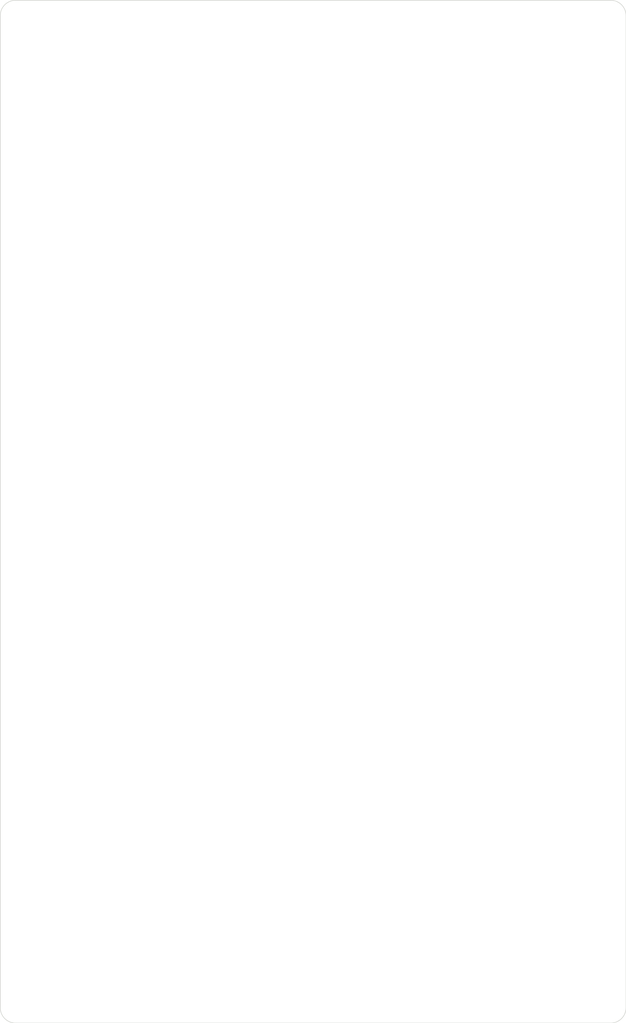
<source format=kicad_pcb>
(kicad_pcb (version 20171130) (host pcbnew "(5.1.9)-1")

  (general
    (thickness 1.6)
    (drawings 8)
    (tracks 0)
    (zones 0)
    (modules 4)
    (nets 1)
  )

  (page A4)
  (layers
    (0 F.Cu signal hide)
    (31 B.Cu signal hide)
    (32 B.Adhes user hide)
    (33 F.Adhes user hide)
    (34 B.Paste user hide)
    (35 F.Paste user hide)
    (36 B.SilkS user hide)
    (37 F.SilkS user hide)
    (38 B.Mask user)
    (39 F.Mask user)
    (40 Dwgs.User user hide)
    (41 Cmts.User user hide)
    (42 Eco1.User user hide)
    (43 Eco2.User user hide)
    (44 Edge.Cuts user)
    (45 Margin user hide)
    (46 B.CrtYd user hide)
    (47 F.CrtYd user hide)
    (48 B.Fab user hide)
    (49 F.Fab user hide)
  )

  (setup
    (last_trace_width 0.25)
    (user_trace_width 0.45)
    (user_trace_width 0.75)
    (user_trace_width 1)
    (user_trace_width 5)
    (trace_clearance 0.2)
    (zone_clearance 0.508)
    (zone_45_only no)
    (trace_min 0.2)
    (via_size 0.8)
    (via_drill 0.4)
    (via_min_size 0.4)
    (via_min_drill 0.3)
    (uvia_size 0.3)
    (uvia_drill 0.1)
    (uvias_allowed no)
    (uvia_min_size 0.2)
    (uvia_min_drill 0.1)
    (edge_width 0.05)
    (segment_width 0.2)
    (pcb_text_width 0.3)
    (pcb_text_size 1.5 1.5)
    (mod_edge_width 0.12)
    (mod_text_size 1 1)
    (mod_text_width 0.15)
    (pad_size 1.7 1.7)
    (pad_drill 1)
    (pad_to_mask_clearance 0)
    (aux_axis_origin 0 0)
    (grid_origin 143.51 60.96)
    (visible_elements 7FFFFFFF)
    (pcbplotparams
      (layerselection 0x010fc_ffffffff)
      (usegerberextensions false)
      (usegerberattributes true)
      (usegerberadvancedattributes true)
      (creategerberjobfile true)
      (excludeedgelayer true)
      (linewidth 0.100000)
      (plotframeref false)
      (viasonmask false)
      (mode 1)
      (useauxorigin false)
      (hpglpennumber 1)
      (hpglpenspeed 20)
      (hpglpendiameter 15.000000)
      (psnegative false)
      (psa4output false)
      (plotreference true)
      (plotvalue true)
      (plotinvisibletext false)
      (padsonsilk false)
      (subtractmaskfromsilk false)
      (outputformat 1)
      (mirror false)
      (drillshape 0)
      (scaleselection 1)
      (outputdirectory "gerber/"))
  )

  (net 0 "")

  (net_class Default "This is the default net class."
    (clearance 0.2)
    (trace_width 0.25)
    (via_dia 0.8)
    (via_drill 0.4)
    (uvia_dia 0.3)
    (uvia_drill 0.1)
  )

  (module MountingHole:MountingHole_2.2mm_M2 (layer F.Cu) (tedit 56D1B4CB) (tstamp 605691DC)
    (at 148.59 82.55 180)
    (descr "Mounting Hole 2.2mm, no annular, M2")
    (tags "mounting hole 2.2mm no annular m2")
    (path /6056E5FB)
    (attr virtual)
    (fp_text reference H1 (at 0 -3.2) (layer F.SilkS) hide
      (effects (font (size 1 1) (thickness 0.15)))
    )
    (fp_text value MountingHole (at 0 3.2) (layer F.Fab)
      (effects (font (size 1 1) (thickness 0.15)))
    )
    (fp_text user %R (at 0.3 0) (layer F.Fab)
      (effects (font (size 1 1) (thickness 0.15)))
    )
    (fp_circle (center 0 0) (end 2.2 0) (layer Cmts.User) (width 0.15))
    (fp_circle (center 0 0) (end 2.45 0) (layer F.CrtYd) (width 0.05))
    (pad 1 np_thru_hole circle (at 0 0 180) (size 2.2 2.2) (drill 2.2) (layers *.Cu *.Mask))
  )

  (module MountingHole:MountingHole_2.2mm_M2 (layer F.Cu) (tedit 56D1B4CB) (tstamp 605691E4)
    (at 173.99 82.55 180)
    (descr "Mounting Hole 2.2mm, no annular, M2")
    (tags "mounting hole 2.2mm no annular m2")
    (path /6056FCE4)
    (attr virtual)
    (fp_text reference H2 (at 0 -3.2) (layer F.SilkS) hide
      (effects (font (size 1 1) (thickness 0.15)))
    )
    (fp_text value MountingHole (at 0 3.2) (layer F.Fab)
      (effects (font (size 1 1) (thickness 0.15)))
    )
    (fp_text user %R (at 0.3 0) (layer F.Fab)
      (effects (font (size 1 1) (thickness 0.15)))
    )
    (fp_circle (center 0 0) (end 2.2 0) (layer Cmts.User) (width 0.15))
    (fp_circle (center 0 0) (end 2.45 0) (layer F.CrtYd) (width 0.05))
    (pad 1 np_thru_hole circle (at 0 0 180) (size 2.2 2.2) (drill 2.2) (layers *.Cu *.Mask))
  )

  (module MountingHole:MountingHole_2.2mm_M2 (layer F.Cu) (tedit 56D1B4CB) (tstamp 6056C499)
    (at 173.99 142.24)
    (descr "Mounting Hole 2.2mm, no annular, M2")
    (tags "mounting hole 2.2mm no annular m2")
    (path /605875BF)
    (attr virtual)
    (fp_text reference H4 (at 0 -3.2) (layer F.SilkS) hide
      (effects (font (size 1 1) (thickness 0.15)))
    )
    (fp_text value MountingHole (at 0 3.2) (layer F.Fab)
      (effects (font (size 1 1) (thickness 0.15)))
    )
    (fp_text user %R (at 0.3 0) (layer F.Fab)
      (effects (font (size 1 1) (thickness 0.15)))
    )
    (fp_circle (center 0 0) (end 2.2 0) (layer Cmts.User) (width 0.15))
    (fp_circle (center 0 0) (end 2.45 0) (layer F.CrtYd) (width 0.05))
    (pad 1 np_thru_hole circle (at 0 0) (size 2.2 2.2) (drill 2.2) (layers *.Cu *.Mask))
  )

  (module MountingHole:MountingHole_2.2mm_M2 (layer F.Cu) (tedit 56D1B4CB) (tstamp 6056C491)
    (at 148.59 142.24)
    (descr "Mounting Hole 2.2mm, no annular, M2")
    (tags "mounting hole 2.2mm no annular m2")
    (path /605873F3)
    (attr virtual)
    (fp_text reference H3 (at 0 -3.2) (layer F.SilkS) hide
      (effects (font (size 1 1) (thickness 0.15)))
    )
    (fp_text value MountingHole (at 0 3.2) (layer F.Fab)
      (effects (font (size 1 1) (thickness 0.15)))
    )
    (fp_text user %R (at 0.3 0) (layer F.Fab)
      (effects (font (size 1 1) (thickness 0.15)))
    )
    (fp_circle (center 0 0) (end 2.2 0) (layer Cmts.User) (width 0.15))
    (fp_circle (center 0 0) (end 2.45 0) (layer F.CrtYd) (width 0.05))
    (pad 1 np_thru_hole circle (at 0 0) (size 2.2 2.2) (drill 2.2) (layers *.Cu *.Mask))
  )

  (gr_line (start 143.51 62.23) (end 143.51 144.78) (layer Edge.Cuts) (width 0.05) (tstamp 60571E72))
  (gr_line (start 194.31 60.96) (end 144.78 60.96) (layer Edge.Cuts) (width 0.05) (tstamp 60571E71))
  (gr_line (start 195.58 144.78) (end 195.58 62.23) (layer Edge.Cuts) (width 0.05) (tstamp 60571E70))
  (gr_line (start 144.78 146.05) (end 194.31 146.05) (layer Edge.Cuts) (width 0.05) (tstamp 60571E6F))
  (gr_arc (start 194.31 62.23) (end 195.58 62.23) (angle -90) (layer Edge.Cuts) (width 0.05))
  (gr_arc (start 144.78 62.23) (end 144.78 60.96) (angle -90) (layer Edge.Cuts) (width 0.05))
  (gr_arc (start 144.78 144.78) (end 143.51 144.78) (angle -90) (layer Edge.Cuts) (width 0.05))
  (gr_arc (start 194.31 144.78) (end 194.31 146.05) (angle -90) (layer Edge.Cuts) (width 0.05))

)

</source>
